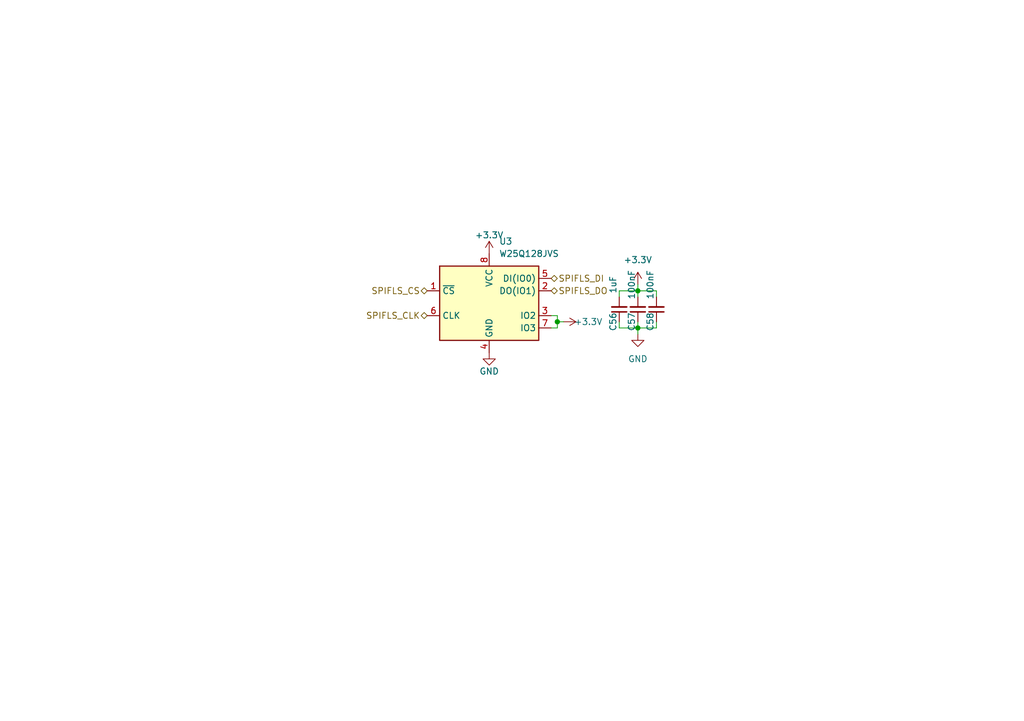
<source format=kicad_sch>
(kicad_sch (version 20211123) (generator eeschema)
  (paper "A5")
  (lib_symbols
    (symbol "Device:C_Small" (pin_numbers hide) (pin_names (offset 0.254) hide)
      (property "Reference" "C" (at 0.254 1.778 0))
      (property "Value" "C_Small" (at 0.254 -2.032 0))
      (symbol "C_Small_0_1"
        (polyline (pts (xy -1.524 -0.508) (xy 1.524 -0.508)) (stroke (width 0.3302)))
        (polyline (pts (xy -1.524 0.508) (xy 1.524 0.508)) (stroke (width 0.3048)))
      )
      (symbol "C_Small_1_1"
        (pin passive line (at 0 2.54 270) (length 2.032) (name "~") (number "1"))
        (pin passive line (at 0 -2.54 90) (length 2.032) (name "~") (number "2"))
      )
    )
    (symbol "Memory_Flash:W25Q128JVS"
      (property "Reference" "U" (at -8.89 8.89 0))
      (property "Value" "W25Q128JVS" (at 7.62 8.89 0))
      (symbol "W25Q128JVS_0_1"
        (rectangle (start -10.16 7.62) (end 10.16 -7.62) (stroke (width 0.254)) (fill (type background)))
      )
      (symbol "W25Q128JVS_1_1"
        (pin input line (at -12.7 2.54 0) (length 2.54) (name "~{CS}") (number "1"))
        (pin bidirectional line (at 12.7 2.54 180) (length 2.54) (name "DO(IO1)") (number "2"))
        (pin bidirectional line (at 12.7 -2.54 180) (length 2.54) (name "IO2") (number "3"))
        (pin power_in line (at 0 -10.16 90) (length 2.54) (name "GND") (number "4"))
        (pin bidirectional line (at 12.7 5.08 180) (length 2.54) (name "DI(IO0)") (number "5"))
        (pin input line (at -12.7 -2.54 0) (length 2.54) (name "CLK") (number "6"))
        (pin bidirectional line (at 12.7 -5.08 180) (length 2.54) (name "IO3") (number "7"))
        (pin power_in line (at 0 10.16 270) (length 2.54) (name "VCC") (number "8"))
      )
    )
    (symbol "power:+3.3V" (power) (pin_names (offset 0))
      (property "Value" "+3.3V" (at 0 3.556 0))
      (symbol "+3.3V_0_1"
        (polyline (pts (xy -0.762 1.27) (xy 0 2.54)))
        (polyline (pts (xy 0 0) (xy 0 2.54)))
        (polyline (pts (xy 0 2.54) (xy 0.762 1.27)))
      )
      (symbol "+3.3V_1_1"
        (pin power_in line (at 0 0 90) (length 0) hide (name "+3.3V") (number "1"))
      )
    )
    (symbol "power:GND" (power) (pin_names (offset 0))
      (property "Value" "GND" (at 0 -3.81 0))
      (symbol "GND_0_1"
        (polyline (pts (xy 0 0) (xy 0 -1.27) (xy 1.27 -1.27) (xy 0 -2.54) (xy -1.27 -1.27) (xy 0 -1.27)))
      )
      (symbol "GND_1_1"
        (pin power_in line (at 0 0 270) (length 0) hide (name "GND") (number "1"))
      )
    )
  )
  (junction (at 130.81 67.31))
  (junction (at 114.3 66.04))
  (junction (at 130.81 59.69))
  (wire (pts (xy 130.81 67.31) (xy 127 67.31)))
  (wire (pts (xy 127 60.96) (xy 127 59.69)))
  (wire (pts (xy 113.03 64.77) (xy 114.3 64.77)))
  (wire (pts (xy 114.3 64.77) (xy 114.3 66.04)))
  (wire (pts (xy 127 67.31) (xy 127 66.04)))
  (wire (pts (xy 127 59.69) (xy 130.81 59.69)))
  (wire (pts (xy 134.62 67.31) (xy 130.81 67.31)))
  (wire (pts (xy 114.3 66.04) (xy 115.57 66.04)))
  (wire (pts (xy 114.3 67.31) (xy 113.03 67.31)))
  (wire (pts (xy 130.81 58.42) (xy 130.81 59.69)))
  (wire (pts (xy 130.81 59.69) (xy 130.81 60.96)))
  (wire (pts (xy 130.81 59.69) (xy 134.62 59.69)))
  (wire (pts (xy 134.62 66.04) (xy 134.62 67.31)))
  (wire (pts (xy 134.62 59.69) (xy 134.62 60.96)))
  (wire (pts (xy 114.3 66.04) (xy 114.3 67.31)))
  (wire (pts (xy 130.81 67.31) (xy 130.81 68.58)))
  (wire (pts (xy 130.81 66.04) (xy 130.81 67.31)))
  (hierarchical_label "SPIFLS_DO" (shape bidirectional) (at 113.03 59.69 0))
  (hierarchical_label "SPIFLS_CLK" (shape bidirectional) (at 87.63 64.77 180))
  (hierarchical_label "SPIFLS_CS" (shape bidirectional) (at 87.63 59.69 180))
  (hierarchical_label "SPIFLS_DI" (shape bidirectional) (at 113.03 57.15 0))
  (symbol (lib_id "power:+3.3V") (at 130.81 58.42 0) (mirror y) (unit 1)
    (property "Reference" "#PWR018" (effects hide))
    (property "Value" "+3.3V" (at 130.81 53.34 0))
  )
  (symbol (lib_id "Device:C_Small") (at 134.62 63.5 180) (unit 1)
    (property "Reference" "C58" (at 133.35 66.04 90))
    (property "Value" "100nF" (at 133.35 58.42 90))
    (property "Footprint" "Capacitor_SMD:C_0603_1608Metric" (effects hide))
  )
  (symbol (lib_id "Device:C_Small") (at 127 63.5 180) (unit 1)
    (property "Reference" "C56" (at 125.73 66.04 90))
    (property "Value" "1uF" (at 125.73 58.42 90))
    (property "Footprint" "Capacitor_SMD:C_0603_1608Metric" (effects hide))
  )
  (symbol (lib_id "power:+3.3V") (at 100.33 52.07 0) (unit 1)
    (property "Reference" "#PWR0118" (effects hide))
    (property "Value" "+3.3V" (at 100.33 48.26 0))
  )
  (symbol (lib_id "power:GND") (at 100.33 72.39 0) (unit 1)
    (property "Reference" "#PWR0119" (effects hide))
    (property "Value" "GND" (at 100.33 76.2 0))
  )
  (symbol (lib_id "Device:C_Small") (at 130.81 63.5 180) (unit 1)
    (property "Reference" "C57" (at 129.54 66.04 90))
    (property "Value" "100nF" (at 129.54 58.42 90))
    (property "Footprint" "Capacitor_SMD:C_0603_1608Metric" (effects hide))
  )
  (symbol (lib_id "power:GND") (at 130.81 68.58 0) (mirror y) (unit 1)
    (property "Reference" "#PWR019" (effects hide))
    (property "Value" "GND" (at 130.81 73.66 0))
  )
  (symbol (lib_id "Memory_Flash:W25Q128JVS") (at 100.33 62.23 0) (unit 1)
    (property "Reference" "U3" (at 102.3494 49.53 0) (effects (justify left)))
    (property "Value" "W25Q128JVS" (at 102.3494 52.07 0) (effects (justify left)))
    (property "Footprint" "Package_SO:SOIC-8_5.23x5.23mm_P1.27mm" (effects hide))
    (property "Datasheet" "http://www.winbond.com/resource-files/w25q128jv_dtr%20revc%2003272018%20plus.pdf" (effects hide))
  )
  (symbol (lib_id "power:+3.3V") (at 115.57 66.04 270) (unit 1)
    (property "Reference" "#PWR0117" (effects hide))
    (property "Value" "+3.3V" (at 120.65 66.04 90))
  )
)
</source>
